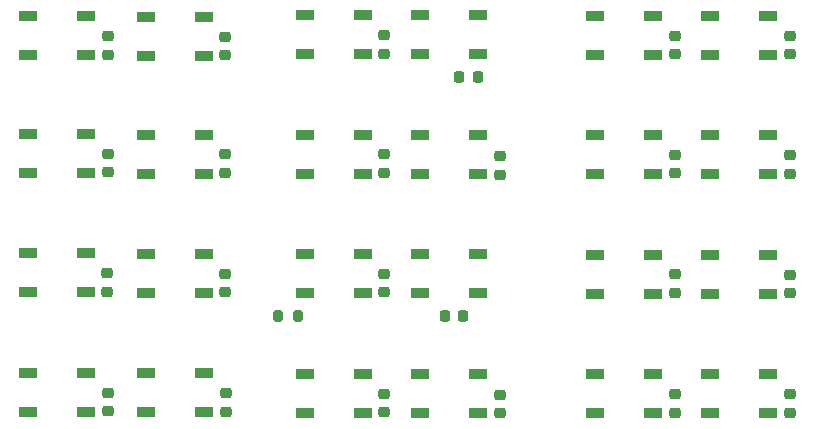
<source format=gbr>
%TF.GenerationSoftware,KiCad,Pcbnew,(6.0.9)*%
%TF.CreationDate,2022-12-26T23:56:10-09:00*%
%TF.ProjectId,PCB_ CAUTION LIGHTS PANEL,5043422c-2043-4415-9554-494f4e204c49,rev?*%
%TF.SameCoordinates,Original*%
%TF.FileFunction,Paste,Top*%
%TF.FilePolarity,Positive*%
%FSLAX46Y46*%
G04 Gerber Fmt 4.6, Leading zero omitted, Abs format (unit mm)*
G04 Created by KiCad (PCBNEW (6.0.9)) date 2022-12-26 23:56:10*
%MOMM*%
%LPD*%
G01*
G04 APERTURE LIST*
G04 Aperture macros list*
%AMRoundRect*
0 Rectangle with rounded corners*
0 $1 Rounding radius*
0 $2 $3 $4 $5 $6 $7 $8 $9 X,Y pos of 4 corners*
0 Add a 4 corners polygon primitive as box body*
4,1,4,$2,$3,$4,$5,$6,$7,$8,$9,$2,$3,0*
0 Add four circle primitives for the rounded corners*
1,1,$1+$1,$2,$3*
1,1,$1+$1,$4,$5*
1,1,$1+$1,$6,$7*
1,1,$1+$1,$8,$9*
0 Add four rect primitives between the rounded corners*
20,1,$1+$1,$2,$3,$4,$5,0*
20,1,$1+$1,$4,$5,$6,$7,0*
20,1,$1+$1,$6,$7,$8,$9,0*
20,1,$1+$1,$8,$9,$2,$3,0*%
G04 Aperture macros list end*
%ADD10RoundRect,0.200000X-0.200000X-0.275000X0.200000X-0.275000X0.200000X0.275000X-0.200000X0.275000X0*%
%ADD11R,1.500000X0.900000*%
%ADD12RoundRect,0.225000X-0.250000X0.225000X-0.250000X-0.225000X0.250000X-0.225000X0.250000X0.225000X0*%
%ADD13RoundRect,0.225000X-0.225000X-0.250000X0.225000X-0.250000X0.225000X0.250000X-0.225000X0.250000X0*%
G04 APERTURE END LIST*
D10*
%TO.C,R1*%
X31003700Y11271200D03*
X32653700Y11271200D03*
%TD*%
D11*
%TO.C,D24*%
X67591200Y6355200D03*
X67591200Y3055200D03*
X72491200Y3055200D03*
X72491200Y6355200D03*
%TD*%
%TO.C,D23*%
X57841200Y6375200D03*
X57841200Y3075200D03*
X62741200Y3075200D03*
X62741200Y6375200D03*
%TD*%
%TO.C,D22*%
X42997200Y6425200D03*
X42997200Y3125200D03*
X47897200Y3125200D03*
X47897200Y6425200D03*
%TD*%
%TO.C,D21*%
X33255200Y6425200D03*
X33255200Y3125200D03*
X38155200Y3125200D03*
X38155200Y6425200D03*
%TD*%
%TO.C,D20*%
X19806200Y6451200D03*
X19806200Y3151200D03*
X24706200Y3151200D03*
X24706200Y6451200D03*
%TD*%
%TO.C,D19*%
X9834200Y6501200D03*
X9834200Y3201200D03*
X14734200Y3201200D03*
X14734200Y6501200D03*
%TD*%
%TO.C,D18*%
X67591200Y16490000D03*
X67591200Y13190000D03*
X72491200Y13190000D03*
X72491200Y16490000D03*
%TD*%
%TO.C,D17*%
X57841200Y16509800D03*
X57841200Y13209800D03*
X62741200Y13209800D03*
X62741200Y16509800D03*
%TD*%
%TO.C,D16*%
X42997200Y16534400D03*
X42997200Y13234400D03*
X47897200Y13234400D03*
X47897200Y16534400D03*
%TD*%
%TO.C,D15*%
X33255200Y16534600D03*
X33255200Y13234600D03*
X38155200Y13234600D03*
X38155200Y16534600D03*
%TD*%
%TO.C,D14*%
X19806200Y16585400D03*
X19806200Y13285400D03*
X24706200Y13285400D03*
X24706200Y16585400D03*
%TD*%
%TO.C,D13*%
X9834200Y16610000D03*
X9834200Y13310000D03*
X14734200Y13310000D03*
X14734200Y16610000D03*
%TD*%
%TO.C,D12*%
X67591200Y26599000D03*
X67591200Y23299000D03*
X72491200Y23299000D03*
X72491200Y26599000D03*
%TD*%
%TO.C,D11*%
X57841200Y26619000D03*
X57841200Y23319000D03*
X62741200Y23319000D03*
X62741200Y26619000D03*
%TD*%
%TO.C,D10*%
X42997200Y26669200D03*
X42997200Y23369200D03*
X47897200Y23369200D03*
X47897200Y26669200D03*
%TD*%
%TO.C,D9*%
X33255200Y26669200D03*
X33255200Y23369200D03*
X38155200Y23369200D03*
X38155200Y26669200D03*
%TD*%
%TO.C,D8*%
X19806200Y26669000D03*
X19806200Y23369000D03*
X24706200Y23369000D03*
X24706200Y26669000D03*
%TD*%
%TO.C,D7*%
X9834200Y26719200D03*
X9834200Y23419200D03*
X14734200Y23419200D03*
X14734200Y26719200D03*
%TD*%
%TO.C,D6*%
X67591200Y36682800D03*
X67591200Y33382800D03*
X72491200Y33382800D03*
X72491200Y36682800D03*
%TD*%
%TO.C,D5*%
X57841200Y36702800D03*
X57841200Y33402800D03*
X62741200Y33402800D03*
X62741200Y36702800D03*
%TD*%
%TO.C,D4*%
X42997200Y36752800D03*
X42997200Y33452800D03*
X47897200Y33452800D03*
X47897200Y36752800D03*
%TD*%
%TO.C,D3*%
X33255200Y36752800D03*
X33255200Y33452800D03*
X38155200Y33452800D03*
X38155200Y36752800D03*
%TD*%
%TO.C,D2*%
X19806200Y36611200D03*
X19806200Y33311200D03*
X24706200Y33311200D03*
X24706200Y36611200D03*
%TD*%
%TO.C,D1*%
X9834200Y36711200D03*
X9834200Y33411200D03*
X14734200Y33411200D03*
X14734200Y36711200D03*
%TD*%
D12*
%TO.C,C25*%
X74296200Y4673700D03*
X74296200Y3123700D03*
%TD*%
%TO.C,C24*%
X64576200Y4683700D03*
X64576200Y3133700D03*
%TD*%
%TO.C,C23*%
X49746200Y4623700D03*
X49746200Y3073700D03*
%TD*%
%TO.C,C22*%
X39986200Y4733700D03*
X39986200Y3183700D03*
%TD*%
%TO.C,C21*%
X26536200Y4763700D03*
X26536200Y3213700D03*
%TD*%
%TO.C,C20*%
X16546200Y4813700D03*
X16546200Y3263700D03*
%TD*%
%TO.C,C19*%
X74326200Y14803700D03*
X74326200Y13253700D03*
%TD*%
%TO.C,C18*%
X64556200Y14823700D03*
X64556200Y13273700D03*
%TD*%
D13*
%TO.C,C17*%
X45123700Y11311200D03*
X46673700Y11311200D03*
%TD*%
D12*
%TO.C,C16*%
X39946200Y14853700D03*
X39946200Y13303700D03*
%TD*%
%TO.C,C15*%
X26496200Y14893700D03*
X26496200Y13343700D03*
%TD*%
%TO.C,C14*%
X16536200Y14923700D03*
X16536200Y13373700D03*
%TD*%
%TO.C,C13*%
X74306200Y24913700D03*
X74306200Y23363700D03*
%TD*%
%TO.C,C12*%
X64576200Y24923700D03*
X64576200Y23373700D03*
%TD*%
%TO.C,C11*%
X49776200Y24813700D03*
X49776200Y23263700D03*
%TD*%
%TO.C,C10*%
X39956200Y24983700D03*
X39956200Y23433700D03*
%TD*%
%TO.C,C9*%
X26516200Y24983700D03*
X26516200Y23433700D03*
%TD*%
%TO.C,C8*%
X16546200Y25033700D03*
X16546200Y23483700D03*
%TD*%
%TO.C,C7*%
X74286200Y35003700D03*
X74286200Y33453700D03*
%TD*%
%TO.C,C6*%
X64586200Y35013700D03*
X64586200Y33463700D03*
%TD*%
D13*
%TO.C,C5*%
X46333700Y31571200D03*
X47883700Y31571200D03*
%TD*%
D12*
%TO.C,C4*%
X39976200Y35063700D03*
X39976200Y33513700D03*
%TD*%
%TO.C,C3*%
X26516200Y34923700D03*
X26516200Y33373700D03*
%TD*%
%TO.C,C2*%
X16606200Y34983700D03*
X16606200Y33433700D03*
%TD*%
M02*

</source>
